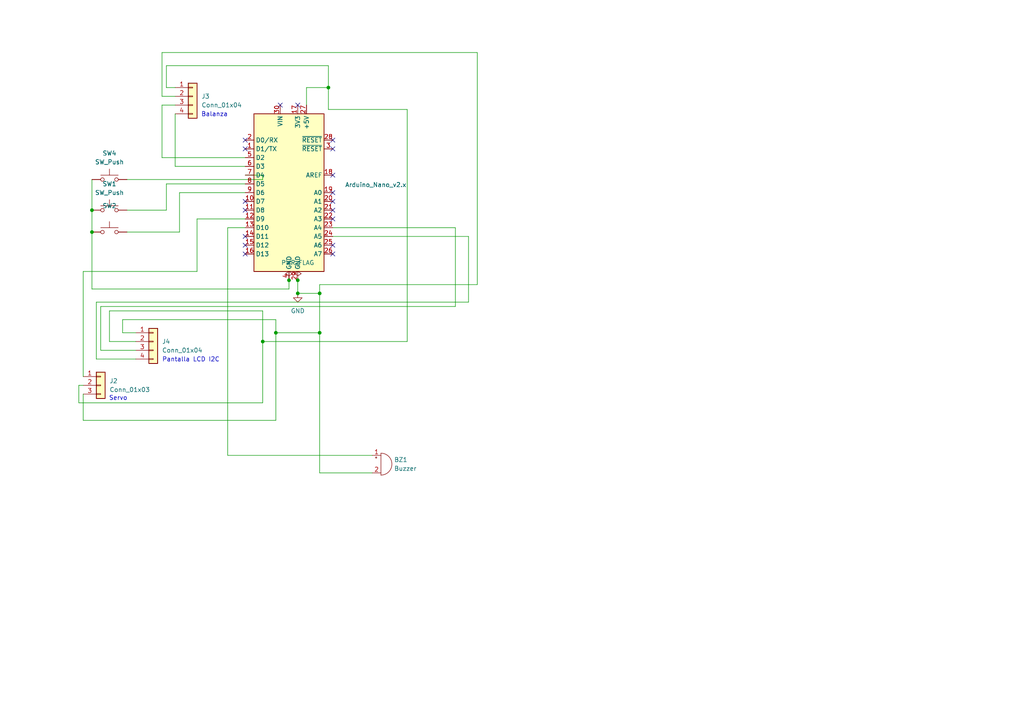
<source format=kicad_sch>
(kicad_sch
	(version 20250114)
	(generator "eeschema")
	(generator_version "9.0")
	(uuid "f0152531-f7e7-4546-b53c-521c75dd5ba5")
	(paper "A4")
	(lib_symbols
		(symbol "Connector_Generic:Conn_01x03"
			(pin_names
				(offset 1.016)
				(hide yes)
			)
			(exclude_from_sim no)
			(in_bom yes)
			(on_board yes)
			(property "Reference" "J"
				(at 0 5.08 0)
				(effects
					(font
						(size 1.27 1.27)
					)
				)
			)
			(property "Value" "Conn_01x03"
				(at 0 -5.08 0)
				(effects
					(font
						(size 1.27 1.27)
					)
				)
			)
			(property "Footprint" ""
				(at 0 0 0)
				(effects
					(font
						(size 1.27 1.27)
					)
					(hide yes)
				)
			)
			(property "Datasheet" "~"
				(at 0 0 0)
				(effects
					(font
						(size 1.27 1.27)
					)
					(hide yes)
				)
			)
			(property "Description" "Generic connector, single row, 01x03, script generated (kicad-library-utils/schlib/autogen/connector/)"
				(at 0 0 0)
				(effects
					(font
						(size 1.27 1.27)
					)
					(hide yes)
				)
			)
			(property "ki_keywords" "connector"
				(at 0 0 0)
				(effects
					(font
						(size 1.27 1.27)
					)
					(hide yes)
				)
			)
			(property "ki_fp_filters" "Connector*:*_1x??_*"
				(at 0 0 0)
				(effects
					(font
						(size 1.27 1.27)
					)
					(hide yes)
				)
			)
			(symbol "Conn_01x03_1_1"
				(rectangle
					(start -1.27 3.81)
					(end 1.27 -3.81)
					(stroke
						(width 0.254)
						(type default)
					)
					(fill
						(type background)
					)
				)
				(rectangle
					(start -1.27 2.667)
					(end 0 2.413)
					(stroke
						(width 0.1524)
						(type default)
					)
					(fill
						(type none)
					)
				)
				(rectangle
					(start -1.27 0.127)
					(end 0 -0.127)
					(stroke
						(width 0.1524)
						(type default)
					)
					(fill
						(type none)
					)
				)
				(rectangle
					(start -1.27 -2.413)
					(end 0 -2.667)
					(stroke
						(width 0.1524)
						(type default)
					)
					(fill
						(type none)
					)
				)
				(pin passive line
					(at -5.08 2.54 0)
					(length 3.81)
					(name "Pin_1"
						(effects
							(font
								(size 1.27 1.27)
							)
						)
					)
					(number "1"
						(effects
							(font
								(size 1.27 1.27)
							)
						)
					)
				)
				(pin passive line
					(at -5.08 0 0)
					(length 3.81)
					(name "Pin_2"
						(effects
							(font
								(size 1.27 1.27)
							)
						)
					)
					(number "2"
						(effects
							(font
								(size 1.27 1.27)
							)
						)
					)
				)
				(pin passive line
					(at -5.08 -2.54 0)
					(length 3.81)
					(name "Pin_3"
						(effects
							(font
								(size 1.27 1.27)
							)
						)
					)
					(number "3"
						(effects
							(font
								(size 1.27 1.27)
							)
						)
					)
				)
			)
			(embedded_fonts no)
		)
		(symbol "Connector_Generic:Conn_01x04"
			(pin_names
				(offset 1.016)
				(hide yes)
			)
			(exclude_from_sim no)
			(in_bom yes)
			(on_board yes)
			(property "Reference" "J"
				(at 0 5.08 0)
				(effects
					(font
						(size 1.27 1.27)
					)
				)
			)
			(property "Value" "Conn_01x04"
				(at 0 -7.62 0)
				(effects
					(font
						(size 1.27 1.27)
					)
				)
			)
			(property "Footprint" ""
				(at 0 0 0)
				(effects
					(font
						(size 1.27 1.27)
					)
					(hide yes)
				)
			)
			(property "Datasheet" "~"
				(at 0 0 0)
				(effects
					(font
						(size 1.27 1.27)
					)
					(hide yes)
				)
			)
			(property "Description" "Generic connector, single row, 01x04, script generated (kicad-library-utils/schlib/autogen/connector/)"
				(at 0 0 0)
				(effects
					(font
						(size 1.27 1.27)
					)
					(hide yes)
				)
			)
			(property "ki_keywords" "connector"
				(at 0 0 0)
				(effects
					(font
						(size 1.27 1.27)
					)
					(hide yes)
				)
			)
			(property "ki_fp_filters" "Connector*:*_1x??_*"
				(at 0 0 0)
				(effects
					(font
						(size 1.27 1.27)
					)
					(hide yes)
				)
			)
			(symbol "Conn_01x04_1_1"
				(rectangle
					(start -1.27 3.81)
					(end 1.27 -6.35)
					(stroke
						(width 0.254)
						(type default)
					)
					(fill
						(type background)
					)
				)
				(rectangle
					(start -1.27 2.667)
					(end 0 2.413)
					(stroke
						(width 0.1524)
						(type default)
					)
					(fill
						(type none)
					)
				)
				(rectangle
					(start -1.27 0.127)
					(end 0 -0.127)
					(stroke
						(width 0.1524)
						(type default)
					)
					(fill
						(type none)
					)
				)
				(rectangle
					(start -1.27 -2.413)
					(end 0 -2.667)
					(stroke
						(width 0.1524)
						(type default)
					)
					(fill
						(type none)
					)
				)
				(rectangle
					(start -1.27 -4.953)
					(end 0 -5.207)
					(stroke
						(width 0.1524)
						(type default)
					)
					(fill
						(type none)
					)
				)
				(pin passive line
					(at -5.08 2.54 0)
					(length 3.81)
					(name "Pin_1"
						(effects
							(font
								(size 1.27 1.27)
							)
						)
					)
					(number "1"
						(effects
							(font
								(size 1.27 1.27)
							)
						)
					)
				)
				(pin passive line
					(at -5.08 0 0)
					(length 3.81)
					(name "Pin_2"
						(effects
							(font
								(size 1.27 1.27)
							)
						)
					)
					(number "2"
						(effects
							(font
								(size 1.27 1.27)
							)
						)
					)
				)
				(pin passive line
					(at -5.08 -2.54 0)
					(length 3.81)
					(name "Pin_3"
						(effects
							(font
								(size 1.27 1.27)
							)
						)
					)
					(number "3"
						(effects
							(font
								(size 1.27 1.27)
							)
						)
					)
				)
				(pin passive line
					(at -5.08 -5.08 0)
					(length 3.81)
					(name "Pin_4"
						(effects
							(font
								(size 1.27 1.27)
							)
						)
					)
					(number "4"
						(effects
							(font
								(size 1.27 1.27)
							)
						)
					)
				)
			)
			(embedded_fonts no)
		)
		(symbol "Device:Buzzer"
			(pin_names
				(offset 0.0254)
				(hide yes)
			)
			(exclude_from_sim no)
			(in_bom yes)
			(on_board yes)
			(property "Reference" "BZ"
				(at 3.81 1.27 0)
				(effects
					(font
						(size 1.27 1.27)
					)
					(justify left)
				)
			)
			(property "Value" "Buzzer"
				(at 3.81 -1.27 0)
				(effects
					(font
						(size 1.27 1.27)
					)
					(justify left)
				)
			)
			(property "Footprint" ""
				(at -0.635 2.54 90)
				(effects
					(font
						(size 1.27 1.27)
					)
					(hide yes)
				)
			)
			(property "Datasheet" "~"
				(at -0.635 2.54 90)
				(effects
					(font
						(size 1.27 1.27)
					)
					(hide yes)
				)
			)
			(property "Description" "Buzzer, polarized"
				(at 0 0 0)
				(effects
					(font
						(size 1.27 1.27)
					)
					(hide yes)
				)
			)
			(property "ki_keywords" "quartz resonator ceramic"
				(at 0 0 0)
				(effects
					(font
						(size 1.27 1.27)
					)
					(hide yes)
				)
			)
			(property "ki_fp_filters" "*Buzzer*"
				(at 0 0 0)
				(effects
					(font
						(size 1.27 1.27)
					)
					(hide yes)
				)
			)
			(symbol "Buzzer_0_1"
				(polyline
					(pts
						(xy -1.651 1.905) (xy -1.143 1.905)
					)
					(stroke
						(width 0)
						(type default)
					)
					(fill
						(type none)
					)
				)
				(polyline
					(pts
						(xy -1.397 2.159) (xy -1.397 1.651)
					)
					(stroke
						(width 0)
						(type default)
					)
					(fill
						(type none)
					)
				)
				(arc
					(start 0 3.175)
					(mid 3.1612 0)
					(end 0 -3.175)
					(stroke
						(width 0)
						(type default)
					)
					(fill
						(type none)
					)
				)
				(polyline
					(pts
						(xy 0 3.175) (xy 0 -3.175)
					)
					(stroke
						(width 0)
						(type default)
					)
					(fill
						(type none)
					)
				)
			)
			(symbol "Buzzer_1_1"
				(pin passive line
					(at -2.54 2.54 0)
					(length 2.54)
					(name "+"
						(effects
							(font
								(size 1.27 1.27)
							)
						)
					)
					(number "1"
						(effects
							(font
								(size 1.27 1.27)
							)
						)
					)
				)
				(pin passive line
					(at -2.54 -2.54 0)
					(length 2.54)
					(name "-"
						(effects
							(font
								(size 1.27 1.27)
							)
						)
					)
					(number "2"
						(effects
							(font
								(size 1.27 1.27)
							)
						)
					)
				)
			)
			(embedded_fonts no)
		)
		(symbol "MCU_Module:Arduino_Nano_v2.x"
			(exclude_from_sim no)
			(in_bom yes)
			(on_board yes)
			(property "Reference" "A"
				(at -10.16 23.495 0)
				(effects
					(font
						(size 1.27 1.27)
					)
					(justify left bottom)
				)
			)
			(property "Value" "Arduino_Nano_v2.x"
				(at 5.08 -24.13 0)
				(effects
					(font
						(size 1.27 1.27)
					)
					(justify left top)
				)
			)
			(property "Footprint" "Module:Arduino_Nano"
				(at 0 0 0)
				(effects
					(font
						(size 1.27 1.27)
						(italic yes)
					)
					(hide yes)
				)
			)
			(property "Datasheet" "https://www.arduino.cc/en/uploads/Main/ArduinoNanoManual23.pdf"
				(at 0 0 0)
				(effects
					(font
						(size 1.27 1.27)
					)
					(hide yes)
				)
			)
			(property "Description" "Arduino Nano v2.x"
				(at 0 0 0)
				(effects
					(font
						(size 1.27 1.27)
					)
					(hide yes)
				)
			)
			(property "ki_keywords" "Arduino nano microcontroller module USB"
				(at 0 0 0)
				(effects
					(font
						(size 1.27 1.27)
					)
					(hide yes)
				)
			)
			(property "ki_fp_filters" "Arduino*Nano*"
				(at 0 0 0)
				(effects
					(font
						(size 1.27 1.27)
					)
					(hide yes)
				)
			)
			(symbol "Arduino_Nano_v2.x_0_1"
				(rectangle
					(start -10.16 22.86)
					(end 10.16 -22.86)
					(stroke
						(width 0.254)
						(type default)
					)
					(fill
						(type background)
					)
				)
			)
			(symbol "Arduino_Nano_v2.x_1_1"
				(pin bidirectional line
					(at -12.7 15.24 0)
					(length 2.54)
					(name "D0/RX"
						(effects
							(font
								(size 1.27 1.27)
							)
						)
					)
					(number "2"
						(effects
							(font
								(size 1.27 1.27)
							)
						)
					)
				)
				(pin bidirectional line
					(at -12.7 12.7 0)
					(length 2.54)
					(name "D1/TX"
						(effects
							(font
								(size 1.27 1.27)
							)
						)
					)
					(number "1"
						(effects
							(font
								(size 1.27 1.27)
							)
						)
					)
				)
				(pin bidirectional line
					(at -12.7 10.16 0)
					(length 2.54)
					(name "D2"
						(effects
							(font
								(size 1.27 1.27)
							)
						)
					)
					(number "5"
						(effects
							(font
								(size 1.27 1.27)
							)
						)
					)
				)
				(pin bidirectional line
					(at -12.7 7.62 0)
					(length 2.54)
					(name "D3"
						(effects
							(font
								(size 1.27 1.27)
							)
						)
					)
					(number "6"
						(effects
							(font
								(size 1.27 1.27)
							)
						)
					)
				)
				(pin bidirectional line
					(at -12.7 5.08 0)
					(length 2.54)
					(name "D4"
						(effects
							(font
								(size 1.27 1.27)
							)
						)
					)
					(number "7"
						(effects
							(font
								(size 1.27 1.27)
							)
						)
					)
				)
				(pin bidirectional line
					(at -12.7 2.54 0)
					(length 2.54)
					(name "D5"
						(effects
							(font
								(size 1.27 1.27)
							)
						)
					)
					(number "8"
						(effects
							(font
								(size 1.27 1.27)
							)
						)
					)
				)
				(pin bidirectional line
					(at -12.7 0 0)
					(length 2.54)
					(name "D6"
						(effects
							(font
								(size 1.27 1.27)
							)
						)
					)
					(number "9"
						(effects
							(font
								(size 1.27 1.27)
							)
						)
					)
				)
				(pin bidirectional line
					(at -12.7 -2.54 0)
					(length 2.54)
					(name "D7"
						(effects
							(font
								(size 1.27 1.27)
							)
						)
					)
					(number "10"
						(effects
							(font
								(size 1.27 1.27)
							)
						)
					)
				)
				(pin bidirectional line
					(at -12.7 -5.08 0)
					(length 2.54)
					(name "D8"
						(effects
							(font
								(size 1.27 1.27)
							)
						)
					)
					(number "11"
						(effects
							(font
								(size 1.27 1.27)
							)
						)
					)
				)
				(pin bidirectional line
					(at -12.7 -7.62 0)
					(length 2.54)
					(name "D9"
						(effects
							(font
								(size 1.27 1.27)
							)
						)
					)
					(number "12"
						(effects
							(font
								(size 1.27 1.27)
							)
						)
					)
				)
				(pin bidirectional line
					(at -12.7 -10.16 0)
					(length 2.54)
					(name "D10"
						(effects
							(font
								(size 1.27 1.27)
							)
						)
					)
					(number "13"
						(effects
							(font
								(size 1.27 1.27)
							)
						)
					)
				)
				(pin bidirectional line
					(at -12.7 -12.7 0)
					(length 2.54)
					(name "D11"
						(effects
							(font
								(size 1.27 1.27)
							)
						)
					)
					(number "14"
						(effects
							(font
								(size 1.27 1.27)
							)
						)
					)
				)
				(pin bidirectional line
					(at -12.7 -15.24 0)
					(length 2.54)
					(name "D12"
						(effects
							(font
								(size 1.27 1.27)
							)
						)
					)
					(number "15"
						(effects
							(font
								(size 1.27 1.27)
							)
						)
					)
				)
				(pin bidirectional line
					(at -12.7 -17.78 0)
					(length 2.54)
					(name "D13"
						(effects
							(font
								(size 1.27 1.27)
							)
						)
					)
					(number "16"
						(effects
							(font
								(size 1.27 1.27)
							)
						)
					)
				)
				(pin power_in line
					(at -2.54 25.4 270)
					(length 2.54)
					(name "VIN"
						(effects
							(font
								(size 1.27 1.27)
							)
						)
					)
					(number "30"
						(effects
							(font
								(size 1.27 1.27)
							)
						)
					)
				)
				(pin power_in line
					(at 0 -25.4 90)
					(length 2.54)
					(name "GND"
						(effects
							(font
								(size 1.27 1.27)
							)
						)
					)
					(number "4"
						(effects
							(font
								(size 1.27 1.27)
							)
						)
					)
				)
				(pin power_out line
					(at 2.54 25.4 270)
					(length 2.54)
					(name "3V3"
						(effects
							(font
								(size 1.27 1.27)
							)
						)
					)
					(number "17"
						(effects
							(font
								(size 1.27 1.27)
							)
						)
					)
				)
				(pin power_in line
					(at 2.54 -25.4 90)
					(length 2.54)
					(name "GND"
						(effects
							(font
								(size 1.27 1.27)
							)
						)
					)
					(number "29"
						(effects
							(font
								(size 1.27 1.27)
							)
						)
					)
				)
				(pin power_out line
					(at 5.08 25.4 270)
					(length 2.54)
					(name "+5V"
						(effects
							(font
								(size 1.27 1.27)
							)
						)
					)
					(number "27"
						(effects
							(font
								(size 1.27 1.27)
							)
						)
					)
				)
				(pin input line
					(at 12.7 15.24 180)
					(length 2.54)
					(name "~{RESET}"
						(effects
							(font
								(size 1.27 1.27)
							)
						)
					)
					(number "28"
						(effects
							(font
								(size 1.27 1.27)
							)
						)
					)
				)
				(pin input line
					(at 12.7 12.7 180)
					(length 2.54)
					(name "~{RESET}"
						(effects
							(font
								(size 1.27 1.27)
							)
						)
					)
					(number "3"
						(effects
							(font
								(size 1.27 1.27)
							)
						)
					)
				)
				(pin input line
					(at 12.7 5.08 180)
					(length 2.54)
					(name "AREF"
						(effects
							(font
								(size 1.27 1.27)
							)
						)
					)
					(number "18"
						(effects
							(font
								(size 1.27 1.27)
							)
						)
					)
				)
				(pin bidirectional line
					(at 12.7 0 180)
					(length 2.54)
					(name "A0"
						(effects
							(font
								(size 1.27 1.27)
							)
						)
					)
					(number "19"
						(effects
							(font
								(size 1.27 1.27)
							)
						)
					)
				)
				(pin bidirectional line
					(at 12.7 -2.54 180)
					(length 2.54)
					(name "A1"
						(effects
							(font
								(size 1.27 1.27)
							)
						)
					)
					(number "20"
						(effects
							(font
								(size 1.27 1.27)
							)
						)
					)
				)
				(pin bidirectional line
					(at 12.7 -5.08 180)
					(length 2.54)
					(name "A2"
						(effects
							(font
								(size 1.27 1.27)
							)
						)
					)
					(number "21"
						(effects
							(font
								(size 1.27 1.27)
							)
						)
					)
				)
				(pin bidirectional line
					(at 12.7 -7.62 180)
					(length 2.54)
					(name "A3"
						(effects
							(font
								(size 1.27 1.27)
							)
						)
					)
					(number "22"
						(effects
							(font
								(size 1.27 1.27)
							)
						)
					)
				)
				(pin bidirectional line
					(at 12.7 -10.16 180)
					(length 2.54)
					(name "A4"
						(effects
							(font
								(size 1.27 1.27)
							)
						)
					)
					(number "23"
						(effects
							(font
								(size 1.27 1.27)
							)
						)
					)
				)
				(pin bidirectional line
					(at 12.7 -12.7 180)
					(length 2.54)
					(name "A5"
						(effects
							(font
								(size 1.27 1.27)
							)
						)
					)
					(number "24"
						(effects
							(font
								(size 1.27 1.27)
							)
						)
					)
				)
				(pin bidirectional line
					(at 12.7 -15.24 180)
					(length 2.54)
					(name "A6"
						(effects
							(font
								(size 1.27 1.27)
							)
						)
					)
					(number "25"
						(effects
							(font
								(size 1.27 1.27)
							)
						)
					)
				)
				(pin bidirectional line
					(at 12.7 -17.78 180)
					(length 2.54)
					(name "A7"
						(effects
							(font
								(size 1.27 1.27)
							)
						)
					)
					(number "26"
						(effects
							(font
								(size 1.27 1.27)
							)
						)
					)
				)
			)
			(embedded_fonts no)
		)
		(symbol "Switch:SW_Push"
			(pin_numbers
				(hide yes)
			)
			(pin_names
				(offset 1.016)
				(hide yes)
			)
			(exclude_from_sim no)
			(in_bom yes)
			(on_board yes)
			(property "Reference" "SW"
				(at 1.27 2.54 0)
				(effects
					(font
						(size 1.27 1.27)
					)
					(justify left)
				)
			)
			(property "Value" "SW_Push"
				(at 0 -1.524 0)
				(effects
					(font
						(size 1.27 1.27)
					)
				)
			)
			(property "Footprint" ""
				(at 0 5.08 0)
				(effects
					(font
						(size 1.27 1.27)
					)
					(hide yes)
				)
			)
			(property "Datasheet" "~"
				(at 0 5.08 0)
				(effects
					(font
						(size 1.27 1.27)
					)
					(hide yes)
				)
			)
			(property "Description" "Push button switch, generic, two pins"
				(at 0 0 0)
				(effects
					(font
						(size 1.27 1.27)
					)
					(hide yes)
				)
			)
			(property "ki_keywords" "switch normally-open pushbutton push-button"
				(at 0 0 0)
				(effects
					(font
						(size 1.27 1.27)
					)
					(hide yes)
				)
			)
			(symbol "SW_Push_0_1"
				(circle
					(center -2.032 0)
					(radius 0.508)
					(stroke
						(width 0)
						(type default)
					)
					(fill
						(type none)
					)
				)
				(polyline
					(pts
						(xy 0 1.27) (xy 0 3.048)
					)
					(stroke
						(width 0)
						(type default)
					)
					(fill
						(type none)
					)
				)
				(circle
					(center 2.032 0)
					(radius 0.508)
					(stroke
						(width 0)
						(type default)
					)
					(fill
						(type none)
					)
				)
				(polyline
					(pts
						(xy 2.54 1.27) (xy -2.54 1.27)
					)
					(stroke
						(width 0)
						(type default)
					)
					(fill
						(type none)
					)
				)
				(pin passive line
					(at -5.08 0 0)
					(length 2.54)
					(name "1"
						(effects
							(font
								(size 1.27 1.27)
							)
						)
					)
					(number "1"
						(effects
							(font
								(size 1.27 1.27)
							)
						)
					)
				)
				(pin passive line
					(at 5.08 0 180)
					(length 2.54)
					(name "2"
						(effects
							(font
								(size 1.27 1.27)
							)
						)
					)
					(number "2"
						(effects
							(font
								(size 1.27 1.27)
							)
						)
					)
				)
			)
			(embedded_fonts no)
		)
		(symbol "power:GND"
			(power)
			(pin_numbers
				(hide yes)
			)
			(pin_names
				(offset 0)
				(hide yes)
			)
			(exclude_from_sim no)
			(in_bom yes)
			(on_board yes)
			(property "Reference" "#PWR"
				(at 0 -6.35 0)
				(effects
					(font
						(size 1.27 1.27)
					)
					(hide yes)
				)
			)
			(property "Value" "GND"
				(at 0 -3.81 0)
				(effects
					(font
						(size 1.27 1.27)
					)
				)
			)
			(property "Footprint" ""
				(at 0 0 0)
				(effects
					(font
						(size 1.27 1.27)
					)
					(hide yes)
				)
			)
			(property "Datasheet" ""
				(at 0 0 0)
				(effects
					(font
						(size 1.27 1.27)
					)
					(hide yes)
				)
			)
			(property "Description" "Power symbol creates a global label with name \"GND\" , ground"
				(at 0 0 0)
				(effects
					(font
						(size 1.27 1.27)
					)
					(hide yes)
				)
			)
			(property "ki_keywords" "global power"
				(at 0 0 0)
				(effects
					(font
						(size 1.27 1.27)
					)
					(hide yes)
				)
			)
			(symbol "GND_0_1"
				(polyline
					(pts
						(xy 0 0) (xy 0 -1.27) (xy 1.27 -1.27) (xy 0 -2.54) (xy -1.27 -1.27) (xy 0 -1.27)
					)
					(stroke
						(width 0)
						(type default)
					)
					(fill
						(type none)
					)
				)
			)
			(symbol "GND_1_1"
				(pin power_in line
					(at 0 0 270)
					(length 0)
					(name "~"
						(effects
							(font
								(size 1.27 1.27)
							)
						)
					)
					(number "1"
						(effects
							(font
								(size 1.27 1.27)
							)
						)
					)
				)
			)
			(embedded_fonts no)
		)
		(symbol "power:PWR_FLAG"
			(power)
			(pin_numbers
				(hide yes)
			)
			(pin_names
				(offset 0)
				(hide yes)
			)
			(exclude_from_sim no)
			(in_bom yes)
			(on_board yes)
			(property "Reference" "#FLG"
				(at 0 1.905 0)
				(effects
					(font
						(size 1.27 1.27)
					)
					(hide yes)
				)
			)
			(property "Value" "PWR_FLAG"
				(at 0 3.81 0)
				(effects
					(font
						(size 1.27 1.27)
					)
				)
			)
			(property "Footprint" ""
				(at 0 0 0)
				(effects
					(font
						(size 1.27 1.27)
					)
					(hide yes)
				)
			)
			(property "Datasheet" "~"
				(at 0 0 0)
				(effects
					(font
						(size 1.27 1.27)
					)
					(hide yes)
				)
			)
			(property "Description" "Special symbol for telling ERC where power comes from"
				(at 0 0 0)
				(effects
					(font
						(size 1.27 1.27)
					)
					(hide yes)
				)
			)
			(property "ki_keywords" "flag power"
				(at 0 0 0)
				(effects
					(font
						(size 1.27 1.27)
					)
					(hide yes)
				)
			)
			(symbol "PWR_FLAG_0_0"
				(pin power_out line
					(at 0 0 90)
					(length 0)
					(name "~"
						(effects
							(font
								(size 1.27 1.27)
							)
						)
					)
					(number "1"
						(effects
							(font
								(size 1.27 1.27)
							)
						)
					)
				)
			)
			(symbol "PWR_FLAG_0_1"
				(polyline
					(pts
						(xy 0 0) (xy 0 1.27) (xy -1.016 1.905) (xy 0 2.54) (xy 1.016 1.905) (xy 0 1.27)
					)
					(stroke
						(width 0)
						(type default)
					)
					(fill
						(type none)
					)
				)
			)
			(embedded_fonts no)
		)
	)
	(text "Pantalla LCD I2C"
		(exclude_from_sim no)
		(at 55.372 104.394 0)
		(effects
			(font
				(size 1.27 1.27)
			)
		)
		(uuid "2454e362-d0e2-4b56-a61d-4daf31770007")
	)
	(text "Balanza"
		(exclude_from_sim no)
		(at 62.23 33.274 0)
		(effects
			(font
				(size 1.27 1.27)
			)
		)
		(uuid "967313ab-2081-4a64-b223-d387e927e405")
	)
	(text "Servo\n"
		(exclude_from_sim no)
		(at 34.29 115.57 0)
		(effects
			(font
				(size 1.27 1.27)
			)
		)
		(uuid "fd434a37-11ef-4b9e-a915-037c29f10ae5")
	)
	(junction
		(at 26.67 67.31)
		(diameter 0)
		(color 0 0 0 0)
		(uuid "077c1b03-6d69-4c49-afbc-eb24e99f7d16")
	)
	(junction
		(at 83.82 81.28)
		(diameter 0)
		(color 0 0 0 0)
		(uuid "2da51c94-b1ea-4387-8272-a821be04608c")
	)
	(junction
		(at 92.71 96.52)
		(diameter 0)
		(color 0 0 0 0)
		(uuid "38c0a8f1-3420-47a9-bc17-e7c25c9160e4")
	)
	(junction
		(at 26.67 60.96)
		(diameter 0)
		(color 0 0 0 0)
		(uuid "56d1f2a1-023c-41b5-b4e4-db8d5cb5e0e0")
	)
	(junction
		(at 86.36 81.28)
		(diameter 0)
		(color 0 0 0 0)
		(uuid "7f3b3b7d-42d8-470e-bc8e-78681631a7e2")
	)
	(junction
		(at 95.25 25.4)
		(diameter 0)
		(color 0 0 0 0)
		(uuid "8b38b4a1-5bff-4ded-abca-ccad89c6fd01")
	)
	(junction
		(at 80.01 96.52)
		(diameter 0)
		(color 0 0 0 0)
		(uuid "cd2885f8-7f18-4ccf-b21d-47b906d6bd33")
	)
	(junction
		(at 86.36 85.09)
		(diameter 0)
		(color 0 0 0 0)
		(uuid "e7ba4855-37f2-475c-b0a3-9ec5d7037ae0")
	)
	(junction
		(at 92.71 85.09)
		(diameter 0)
		(color 0 0 0 0)
		(uuid "eff431e9-a612-4c72-bc8e-da729a6e3b58")
	)
	(junction
		(at 76.2 99.06)
		(diameter 0)
		(color 0 0 0 0)
		(uuid "fc289d63-acea-4f45-84c7-730e7d6b12a4")
	)
	(no_connect
		(at 71.12 40.64)
		(uuid "095ce014-64d5-46cd-8f88-95cf36356c92")
	)
	(no_connect
		(at 71.12 68.58)
		(uuid "11b2d732-ad9f-4464-bf35-e514c5c5bc21")
	)
	(no_connect
		(at 96.52 50.8)
		(uuid "2673e599-3c8a-466e-bd80-f9654937a2db")
	)
	(no_connect
		(at 71.12 43.18)
		(uuid "32e50ede-310b-4298-8aa3-9215e4f16fcd")
	)
	(no_connect
		(at 96.52 40.64)
		(uuid "455ea8ec-8b41-4c55-86f5-42ec35413b48")
	)
	(no_connect
		(at 81.28 30.48)
		(uuid "476f9500-5113-490d-bca2-c9b4cc0ffecf")
	)
	(no_connect
		(at 96.52 73.66)
		(uuid "6e01ab24-12c8-4c08-bdaa-b7d988dcc617")
	)
	(no_connect
		(at 96.52 71.12)
		(uuid "75f58542-2783-4754-9dbb-7b4788bbb9fa")
	)
	(no_connect
		(at 86.36 30.48)
		(uuid "77ab85ea-a8d4-4387-8ae2-2b8fb6a1e2fe")
	)
	(no_connect
		(at 96.52 58.42)
		(uuid "7ad8e39e-087a-4256-9175-fbc1ebffbb27")
	)
	(no_connect
		(at 96.52 60.96)
		(uuid "80342f80-036b-44ef-863e-37e0f54aaec8")
	)
	(no_connect
		(at 71.12 58.42)
		(uuid "8565f836-0415-42cb-aa79-a814fa95e941")
	)
	(no_connect
		(at 96.52 43.18)
		(uuid "8fb4d0bb-0302-4ad1-89a5-ecba0f7a8d30")
	)
	(no_connect
		(at 96.52 55.88)
		(uuid "99656870-fa7e-4fc4-8008-0fb49530c487")
	)
	(no_connect
		(at 71.12 60.96)
		(uuid "a39cc427-e45a-417b-8f3e-ba9f98590e53")
	)
	(no_connect
		(at 71.12 71.12)
		(uuid "df212efc-0118-4f76-8881-a7ed048a8c6f")
	)
	(no_connect
		(at 96.52 63.5)
		(uuid "e33e7eba-bfc9-4785-915a-97beb63319f9")
	)
	(no_connect
		(at 71.12 73.66)
		(uuid "f30b9b66-1966-4e80-a016-6ad44bee0c56")
	)
	(wire
		(pts
			(xy 86.36 85.09) (xy 86.36 81.28)
		)
		(stroke
			(width 0)
			(type default)
		)
		(uuid "00a3b3db-fadc-40a3-8f97-66cc951ef577")
	)
	(wire
		(pts
			(xy 27.94 104.14) (xy 39.37 104.14)
		)
		(stroke
			(width 0)
			(type default)
		)
		(uuid "015ca5ef-0092-446f-89c9-018799b2cdb8")
	)
	(wire
		(pts
			(xy 88.9 30.48) (xy 88.9 25.4)
		)
		(stroke
			(width 0)
			(type default)
		)
		(uuid "025db252-d55a-4739-9f75-58496c2edc32")
	)
	(wire
		(pts
			(xy 88.9 25.4) (xy 95.25 25.4)
		)
		(stroke
			(width 0)
			(type default)
		)
		(uuid "032332c5-2c29-4e40-85fa-b636e5d0d067")
	)
	(wire
		(pts
			(xy 76.2 116.84) (xy 22.86 116.84)
		)
		(stroke
			(width 0)
			(type default)
		)
		(uuid "06a8d6e0-9564-4d71-80fb-8e16c7af3629")
	)
	(wire
		(pts
			(xy 66.04 66.04) (xy 66.04 132.08)
		)
		(stroke
			(width 0)
			(type default)
		)
		(uuid "0742458c-dff2-42d0-968d-2889074d2f87")
	)
	(wire
		(pts
			(xy 31.75 90.17) (xy 76.2 90.17)
		)
		(stroke
			(width 0)
			(type default)
		)
		(uuid "0838d7df-e570-4d57-81a2-3f6701c28a4e")
	)
	(wire
		(pts
			(xy 86.36 85.09) (xy 92.71 85.09)
		)
		(stroke
			(width 0)
			(type default)
		)
		(uuid "0dc9c7a5-34b8-4189-be71-38bd4d0a5748")
	)
	(wire
		(pts
			(xy 46.99 30.48) (xy 46.99 45.72)
		)
		(stroke
			(width 0)
			(type default)
		)
		(uuid "0ffa8383-14b2-410e-acb2-b402c6ee7eb5")
	)
	(wire
		(pts
			(xy 135.89 68.58) (xy 96.52 68.58)
		)
		(stroke
			(width 0)
			(type default)
		)
		(uuid "130f8031-52a2-4c15-9b39-162eb0ca940f")
	)
	(wire
		(pts
			(xy 35.56 96.52) (xy 39.37 96.52)
		)
		(stroke
			(width 0)
			(type default)
		)
		(uuid "1406ebfa-2678-4709-b408-368d8257ac61")
	)
	(wire
		(pts
			(xy 57.15 63.5) (xy 57.15 78.74)
		)
		(stroke
			(width 0)
			(type default)
		)
		(uuid "1951dbcb-72a7-41fa-bbf2-f72967bfabb8")
	)
	(wire
		(pts
			(xy 50.8 48.26) (xy 71.12 48.26)
		)
		(stroke
			(width 0)
			(type default)
		)
		(uuid "1cacbcaf-4287-412d-8f84-62c1345c40a2")
	)
	(wire
		(pts
			(xy 76.2 90.17) (xy 76.2 99.06)
		)
		(stroke
			(width 0)
			(type default)
		)
		(uuid "1d226b9b-94d9-418e-8729-64ba8c31347b")
	)
	(wire
		(pts
			(xy 80.01 92.71) (xy 80.01 96.52)
		)
		(stroke
			(width 0)
			(type default)
		)
		(uuid "1fde66e6-3a36-4b16-bfc4-2f460608f439")
	)
	(wire
		(pts
			(xy 46.99 15.24) (xy 138.43 15.24)
		)
		(stroke
			(width 0)
			(type default)
		)
		(uuid "2352c5a9-236e-449e-aadb-ef2a7b11499c")
	)
	(wire
		(pts
			(xy 29.21 101.6) (xy 39.37 101.6)
		)
		(stroke
			(width 0)
			(type default)
		)
		(uuid "246a7dfd-d531-4102-b997-b9ba53b196e1")
	)
	(wire
		(pts
			(xy 31.75 99.06) (xy 39.37 99.06)
		)
		(stroke
			(width 0)
			(type default)
		)
		(uuid "2a5edbb6-f72a-4aaa-8e71-4c37a452fd19")
	)
	(wire
		(pts
			(xy 50.8 33.02) (xy 50.8 48.26)
		)
		(stroke
			(width 0)
			(type default)
		)
		(uuid "2d6ad543-115a-4e12-abac-071b42ee9bf9")
	)
	(wire
		(pts
			(xy 135.89 87.63) (xy 135.89 68.58)
		)
		(stroke
			(width 0)
			(type default)
		)
		(uuid "3215d9ac-ed15-4488-988c-a22df97ed5c0")
	)
	(wire
		(pts
			(xy 76.2 52.07) (xy 36.83 52.07)
		)
		(stroke
			(width 0)
			(type default)
		)
		(uuid "32b3a0a7-4cbc-4eab-9756-e5c16e95fdfe")
	)
	(wire
		(pts
			(xy 29.21 88.9) (xy 29.21 101.6)
		)
		(stroke
			(width 0)
			(type default)
		)
		(uuid "3325ea6c-9e4c-4b53-a06c-f3fdf5faf2e3")
	)
	(wire
		(pts
			(xy 138.43 82.55) (xy 92.71 82.55)
		)
		(stroke
			(width 0)
			(type default)
		)
		(uuid "33987c7e-8f20-4cc1-93af-fb8e47628f61")
	)
	(wire
		(pts
			(xy 24.13 78.74) (xy 24.13 109.22)
		)
		(stroke
			(width 0)
			(type default)
		)
		(uuid "33e00780-531d-42d4-b516-a2e5d7ab92be")
	)
	(wire
		(pts
			(xy 52.07 55.88) (xy 52.07 67.31)
		)
		(stroke
			(width 0)
			(type default)
		)
		(uuid "354a5457-0b44-45bd-ade8-42103491ddda")
	)
	(wire
		(pts
			(xy 132.08 88.9) (xy 132.08 66.04)
		)
		(stroke
			(width 0)
			(type default)
		)
		(uuid "39bf7e51-2de8-4a4e-98cf-e8051aa86f4c")
	)
	(wire
		(pts
			(xy 48.26 25.4) (xy 50.8 25.4)
		)
		(stroke
			(width 0)
			(type default)
		)
		(uuid "4bafda94-9fd7-421d-9a5e-51df6876e73f")
	)
	(wire
		(pts
			(xy 71.12 63.5) (xy 57.15 63.5)
		)
		(stroke
			(width 0)
			(type default)
		)
		(uuid "50930168-3806-4603-aca0-f130a70aed75")
	)
	(wire
		(pts
			(xy 80.01 96.52) (xy 80.01 121.92)
		)
		(stroke
			(width 0)
			(type default)
		)
		(uuid "524da897-8596-451e-b860-7b74cb3421be")
	)
	(wire
		(pts
			(xy 66.04 132.08) (xy 107.95 132.08)
		)
		(stroke
			(width 0)
			(type default)
		)
		(uuid "58952a45-93d0-4df5-adf1-8c1227321606")
	)
	(wire
		(pts
			(xy 76.2 50.8) (xy 71.12 50.8)
		)
		(stroke
			(width 0)
			(type default)
		)
		(uuid "63c7fdd7-d80d-4054-87aa-3eabc7f30c0b")
	)
	(wire
		(pts
			(xy 92.71 82.55) (xy 92.71 85.09)
		)
		(stroke
			(width 0)
			(type default)
		)
		(uuid "67782942-2671-4cc7-8d71-bf0ea7e891cc")
	)
	(wire
		(pts
			(xy 26.67 83.82) (xy 83.82 83.82)
		)
		(stroke
			(width 0)
			(type default)
		)
		(uuid "6f267ce5-d6a9-4707-9d9f-b5a76c4e68f5")
	)
	(wire
		(pts
			(xy 76.2 50.8) (xy 76.2 52.07)
		)
		(stroke
			(width 0)
			(type default)
		)
		(uuid "72dc89eb-a506-453b-a72f-bfa66dba3516")
	)
	(wire
		(pts
			(xy 92.71 85.09) (xy 92.71 96.52)
		)
		(stroke
			(width 0)
			(type default)
		)
		(uuid "739ec80c-d3d9-415c-8f4f-1eec57540725")
	)
	(wire
		(pts
			(xy 132.08 66.04) (xy 96.52 66.04)
		)
		(stroke
			(width 0)
			(type default)
		)
		(uuid "79d0ac49-6f06-4cca-8ae3-48df0e546f3d")
	)
	(wire
		(pts
			(xy 48.26 19.05) (xy 48.26 25.4)
		)
		(stroke
			(width 0)
			(type default)
		)
		(uuid "7ba6a2dd-04d2-42bf-b7aa-2f6a18cd1813")
	)
	(wire
		(pts
			(xy 48.26 53.34) (xy 71.12 53.34)
		)
		(stroke
			(width 0)
			(type default)
		)
		(uuid "7e2f46be-4e5f-4d78-aa66-adb58d221753")
	)
	(wire
		(pts
			(xy 35.56 92.71) (xy 80.01 92.71)
		)
		(stroke
			(width 0)
			(type default)
		)
		(uuid "7eb5d2bd-085e-44a9-b2d1-bd0aa907ccbf")
	)
	(wire
		(pts
			(xy 57.15 78.74) (xy 24.13 78.74)
		)
		(stroke
			(width 0)
			(type default)
		)
		(uuid "835f5968-4181-49b0-b3d3-2427249fba3b")
	)
	(wire
		(pts
			(xy 80.01 121.92) (xy 24.13 121.92)
		)
		(stroke
			(width 0)
			(type default)
		)
		(uuid "83bb6d02-bff4-42a0-96ec-0e834b65b271")
	)
	(wire
		(pts
			(xy 95.25 25.4) (xy 95.25 31.75)
		)
		(stroke
			(width 0)
			(type default)
		)
		(uuid "8d23525b-dd6a-416e-a9df-549f48aca6ea")
	)
	(wire
		(pts
			(xy 50.8 27.94) (xy 46.99 27.94)
		)
		(stroke
			(width 0)
			(type default)
		)
		(uuid "8ec63083-3992-4a75-a105-0f8c3ad545d5")
	)
	(wire
		(pts
			(xy 46.99 27.94) (xy 46.99 15.24)
		)
		(stroke
			(width 0)
			(type default)
		)
		(uuid "901ae63a-5c9a-4c73-b923-e18df2ff79de")
	)
	(wire
		(pts
			(xy 71.12 66.04) (xy 66.04 66.04)
		)
		(stroke
			(width 0)
			(type default)
		)
		(uuid "923917a7-04d6-4347-983d-4ef8738cf501")
	)
	(wire
		(pts
			(xy 26.67 60.96) (xy 26.67 67.31)
		)
		(stroke
			(width 0)
			(type default)
		)
		(uuid "938abac3-daea-4242-bda2-b30e872eb57f")
	)
	(wire
		(pts
			(xy 107.95 137.16) (xy 92.71 137.16)
		)
		(stroke
			(width 0)
			(type default)
		)
		(uuid "9652f60c-cbd3-471e-882c-ccbba254a382")
	)
	(wire
		(pts
			(xy 71.12 55.88) (xy 52.07 55.88)
		)
		(stroke
			(width 0)
			(type default)
		)
		(uuid "97e6691a-f8b4-4757-ba7f-e677ad03fa4c")
	)
	(wire
		(pts
			(xy 80.01 96.52) (xy 92.71 96.52)
		)
		(stroke
			(width 0)
			(type default)
		)
		(uuid "988c4753-dee8-49d3-9293-145495f656c8")
	)
	(wire
		(pts
			(xy 46.99 45.72) (xy 71.12 45.72)
		)
		(stroke
			(width 0)
			(type default)
		)
		(uuid "9f47c2e5-0578-46a0-a0aa-f60ad76f160d")
	)
	(wire
		(pts
			(xy 22.86 116.84) (xy 22.86 111.76)
		)
		(stroke
			(width 0)
			(type default)
		)
		(uuid "9f5b4d31-1f2f-4ba8-86df-9250488f625d")
	)
	(wire
		(pts
			(xy 22.86 111.76) (xy 24.13 111.76)
		)
		(stroke
			(width 0)
			(type default)
		)
		(uuid "9f98d044-f1cc-4814-8d49-576472fe9642")
	)
	(wire
		(pts
			(xy 27.94 87.63) (xy 27.94 104.14)
		)
		(stroke
			(width 0)
			(type default)
		)
		(uuid "a7ab48f9-a8c6-4630-bc20-d86e6255c048")
	)
	(wire
		(pts
			(xy 118.11 99.06) (xy 118.11 31.75)
		)
		(stroke
			(width 0)
			(type default)
		)
		(uuid "a867ec76-a605-43c8-abc5-d630a251aab9")
	)
	(wire
		(pts
			(xy 26.67 67.31) (xy 26.67 83.82)
		)
		(stroke
			(width 0)
			(type default)
		)
		(uuid "ac3f5265-92b7-433b-acf8-c712ede678e8")
	)
	(wire
		(pts
			(xy 29.21 88.9) (xy 132.08 88.9)
		)
		(stroke
			(width 0)
			(type default)
		)
		(uuid "b1ed880a-956d-4078-8690-278b6de9dbf7")
	)
	(wire
		(pts
			(xy 138.43 15.24) (xy 138.43 82.55)
		)
		(stroke
			(width 0)
			(type default)
		)
		(uuid "c3d5fbe1-217f-49b3-9a22-b7c5e662d776")
	)
	(wire
		(pts
			(xy 92.71 137.16) (xy 92.71 96.52)
		)
		(stroke
			(width 0)
			(type default)
		)
		(uuid "c3fc530a-b330-481a-891c-6292cd3401f7")
	)
	(wire
		(pts
			(xy 95.25 25.4) (xy 95.25 19.05)
		)
		(stroke
			(width 0)
			(type default)
		)
		(uuid "c96fb5e5-a34a-49b5-bae2-cdea29722e5c")
	)
	(wire
		(pts
			(xy 27.94 87.63) (xy 135.89 87.63)
		)
		(stroke
			(width 0)
			(type default)
		)
		(uuid "ca40941c-6db7-432e-8c48-2223e4d5a618")
	)
	(wire
		(pts
			(xy 76.2 99.06) (xy 118.11 99.06)
		)
		(stroke
			(width 0)
			(type default)
		)
		(uuid "d20ec3f5-39cc-4606-a2f2-648203353f85")
	)
	(wire
		(pts
			(xy 35.56 92.71) (xy 35.56 96.52)
		)
		(stroke
			(width 0)
			(type default)
		)
		(uuid "d330a506-2c26-4288-9c19-12a4d2250ffa")
	)
	(wire
		(pts
			(xy 26.67 52.07) (xy 26.67 60.96)
		)
		(stroke
			(width 0)
			(type default)
		)
		(uuid "d691a7e3-1e5d-4f04-911e-95db481a52b4")
	)
	(wire
		(pts
			(xy 36.83 60.96) (xy 48.26 60.96)
		)
		(stroke
			(width 0)
			(type default)
		)
		(uuid "d97316c6-03e6-4268-bc06-727ca56bee3f")
	)
	(wire
		(pts
			(xy 83.82 83.82) (xy 83.82 81.28)
		)
		(stroke
			(width 0)
			(type default)
		)
		(uuid "ddf0bb13-0f02-4da7-ba52-9247bac931c5")
	)
	(wire
		(pts
			(xy 50.8 30.48) (xy 46.99 30.48)
		)
		(stroke
			(width 0)
			(type default)
		)
		(uuid "ec8c9b4c-e958-49d9-a725-ee7481fab5a2")
	)
	(wire
		(pts
			(xy 118.11 31.75) (xy 95.25 31.75)
		)
		(stroke
			(width 0)
			(type default)
		)
		(uuid "ecc362b4-b93e-441d-83ab-47461224d5d7")
	)
	(wire
		(pts
			(xy 76.2 99.06) (xy 76.2 116.84)
		)
		(stroke
			(width 0)
			(type default)
		)
		(uuid "ee6d10c7-3153-44db-8b14-dfdea6845627")
	)
	(wire
		(pts
			(xy 48.26 60.96) (xy 48.26 53.34)
		)
		(stroke
			(width 0)
			(type default)
		)
		(uuid "ef08afde-eb72-4190-8489-fe44d7af39b8")
	)
	(wire
		(pts
			(xy 31.75 90.17) (xy 31.75 99.06)
		)
		(stroke
			(width 0)
			(type default)
		)
		(uuid "f1051069-19c0-44e4-8cda-b4795a75c5d2")
	)
	(wire
		(pts
			(xy 24.13 121.92) (xy 24.13 114.3)
		)
		(stroke
			(width 0)
			(type default)
		)
		(uuid "f5536241-60cb-4114-a942-f486eda0d6aa")
	)
	(wire
		(pts
			(xy 36.83 67.31) (xy 52.07 67.31)
		)
		(stroke
			(width 0)
			(type default)
		)
		(uuid "f5ca5b42-f839-4a2a-b84a-e86ee4a35d29")
	)
	(wire
		(pts
			(xy 95.25 19.05) (xy 48.26 19.05)
		)
		(stroke
			(width 0)
			(type default)
		)
		(uuid "fe4ec7d7-7459-4ee4-bd42-0c73cad639a8")
	)
	(symbol
		(lib_id "MCU_Module:Arduino_Nano_v2.x")
		(at 83.82 55.88 0)
		(unit 1)
		(exclude_from_sim no)
		(in_bom yes)
		(on_board yes)
		(dnp no)
		(uuid "16067437-b538-4830-9c88-3146cdde82bb")
		(property "Reference" "A1"
			(at 88.5033 81.28 0)
			(effects
				(font
					(size 1.27 1.27)
				)
				(justify left)
				(hide yes)
			)
		)
		(property "Value" "Arduino_Nano_v2.x"
			(at 100.076 53.594 0)
			(effects
				(font
					(size 1.27 1.27)
				)
				(justify left)
			)
		)
		(property "Footprint" "Module:Arduino_Nano"
			(at 83.82 55.88 0)
			(effects
				(font
					(size 1.27 1.27)
					(italic yes)
				)
				(hide yes)
			)
		)
		(property "Datasheet" "https://www.arduino.cc/en/uploads/Main/ArduinoNanoManual23.pdf"
			(at 83.82 55.88 0)
			(effects
				(font
					(size 1.27 1.27)
				)
				(hide yes)
			)
		)
		(property "Description" "Arduino Nano v2.x"
			(at 83.82 55.88 0)
			(effects
				(font
					(size 1.27 1.27)
				)
				(hide yes)
			)
		)
		(pin "27"
			(uuid "26e28a73-968a-4dfa-9f48-57c3b7ea5e45")
		)
		(pin "16"
			(uuid "6f6f8f28-30d7-44de-bff9-df5ef407e619")
		)
		(pin "28"
			(uuid "600e96a7-aa32-4dc6-b7ae-ec91a3f48fc0")
		)
		(pin "8"
			(uuid "1a8b8f4f-3240-4a8c-bd6c-bdaa6d91b19f")
		)
		(pin "11"
			(uuid "e2fe661e-6ce3-40c2-9a6d-fba3f9219c07")
		)
		(pin "10"
			(uuid "c789b0c4-e65e-4908-bbbb-eed8d8b16d52")
		)
		(pin "9"
			(uuid "5d73e9fc-91ae-4001-b3b1-ea54e3f5b160")
		)
		(pin "2"
			(uuid "eb993564-5806-4b5e-b254-4fb1a6dc474c")
		)
		(pin "1"
			(uuid "76d1ffdc-8203-4297-846a-f93f1e6d6960")
		)
		(pin "15"
			(uuid "6089c6aa-d3f6-4099-96ac-c8441284a2b6")
		)
		(pin "4"
			(uuid "4bb6925c-e712-4c3e-bf1c-37bf408cf836")
		)
		(pin "14"
			(uuid "a3cfb9f6-6580-4344-aa27-c46fcddfac77")
		)
		(pin "3"
			(uuid "45fe0b7d-279a-4dd1-bafd-d2c737f440cd")
		)
		(pin "18"
			(uuid "d8a3fd1c-baf2-4d52-8567-386299867065")
		)
		(pin "19"
			(uuid "a7bd10c1-eb69-48e6-8ec8-4a2b644f3863")
		)
		(pin "20"
			(uuid "15b1d3fa-6fa4-4a8e-b8cd-ec1e777c2676")
		)
		(pin "30"
			(uuid "203e62fe-395f-4b67-952b-0d52db3dd7c1")
		)
		(pin "13"
			(uuid "5d3a39cc-c3e2-4636-9929-4a7d593aadd4")
		)
		(pin "23"
			(uuid "c48761a5-1ada-4ead-a443-f10107080fdd")
		)
		(pin "7"
			(uuid "d171f5f9-d120-49f9-bc04-9c852f8f375e")
		)
		(pin "17"
			(uuid "14047ca6-0397-4ebf-8fad-b49db3203306")
		)
		(pin "21"
			(uuid "4b8bd66e-03d5-4896-8759-95e51007868f")
		)
		(pin "29"
			(uuid "286f5a9c-ddfa-452c-b2dc-16580f2bbaf7")
		)
		(pin "12"
			(uuid "79cf40df-f87a-4f70-8b1b-f858a653338f")
		)
		(pin "5"
			(uuid "486ffc4b-3f21-4a34-9cee-2d4261182a0e")
		)
		(pin "6"
			(uuid "84ff1d22-3059-41a6-9112-b79a9cfaa254")
		)
		(pin "22"
			(uuid "25326c01-49b0-4eea-bc21-0d2e6f728e21")
		)
		(pin "24"
			(uuid "78c57f5c-9707-4174-8af4-fe85e8948faa")
		)
		(pin "25"
			(uuid "1fcbfc18-a5e7-4a47-bc02-0fee45532271")
		)
		(pin "26"
			(uuid "e8f923c3-594e-4078-b8da-6aca3c03511a")
		)
		(instances
			(project ""
				(path "/f0152531-f7e7-4546-b53c-521c75dd5ba5"
					(reference "A1")
					(unit 1)
				)
			)
		)
	)
	(symbol
		(lib_id "power:PWR_FLAG")
		(at 86.36 81.28 0)
		(unit 1)
		(exclude_from_sim no)
		(in_bom yes)
		(on_board yes)
		(dnp no)
		(fields_autoplaced yes)
		(uuid "25cda610-e6fa-444e-aed7-3523bb9cd9a1")
		(property "Reference" "#FLG01"
			(at 86.36 79.375 0)
			(effects
				(font
					(size 1.27 1.27)
				)
				(hide yes)
			)
		)
		(property "Value" "PWR_FLAG"
			(at 86.36 76.2 0)
			(effects
				(font
					(size 1.27 1.27)
				)
			)
		)
		(property "Footprint" ""
			(at 86.36 81.28 0)
			(effects
				(font
					(size 1.27 1.27)
				)
				(hide yes)
			)
		)
		(property "Datasheet" "~"
			(at 86.36 81.28 0)
			(effects
				(font
					(size 1.27 1.27)
				)
				(hide yes)
			)
		)
		(property "Description" "Special symbol for telling ERC where power comes from"
			(at 86.36 81.28 0)
			(effects
				(font
					(size 1.27 1.27)
				)
				(hide yes)
			)
		)
		(pin "1"
			(uuid "c3b52e0a-72dc-4147-9334-ba9f0f60f6a3")
		)
		(instances
			(project ""
				(path "/f0152531-f7e7-4546-b53c-521c75dd5ba5"
					(reference "#FLG01")
					(unit 1)
				)
			)
		)
	)
	(symbol
		(lib_id "Switch:SW_Push")
		(at 31.75 60.96 0)
		(unit 1)
		(exclude_from_sim no)
		(in_bom yes)
		(on_board yes)
		(dnp no)
		(fields_autoplaced yes)
		(uuid "2ecd578e-88fc-41cb-97b5-a35e2c8495da")
		(property "Reference" "SW1"
			(at 31.75 53.34 0)
			(effects
				(font
					(size 1.27 1.27)
				)
			)
		)
		(property "Value" "SW_Push"
			(at 31.75 55.88 0)
			(effects
				(font
					(size 1.27 1.27)
				)
			)
		)
		(property "Footprint" "Button_Switch_THT:SW_PUSH_1P1T_6x3.5mm_H4.3_APEM_MJTP1243"
			(at 31.75 55.88 0)
			(effects
				(font
					(size 1.27 1.27)
				)
				(hide yes)
			)
		)
		(property "Datasheet" "~"
			(at 31.75 55.88 0)
			(effects
				(font
					(size 1.27 1.27)
				)
				(hide yes)
			)
		)
		(property "Description" "Push button switch, generic, two pins"
			(at 31.75 60.96 0)
			(effects
				(font
					(size 1.27 1.27)
				)
				(hide yes)
			)
		)
		(pin "2"
			(uuid "0920704d-1f98-47f8-9574-2bbcde366461")
		)
		(pin "1"
			(uuid "4d983177-9d60-4e47-a6ed-1185acc88d6b")
		)
		(instances
			(project "placapcbbalanza"
				(path "/f0152531-f7e7-4546-b53c-521c75dd5ba5"
					(reference "SW1")
					(unit 1)
				)
			)
		)
	)
	(symbol
		(lib_id "Connector_Generic:Conn_01x04")
		(at 44.45 99.06 0)
		(unit 1)
		(exclude_from_sim no)
		(in_bom yes)
		(on_board yes)
		(dnp no)
		(uuid "2f52393c-7779-4a0a-88d8-6905cf3879ce")
		(property "Reference" "J4"
			(at 46.99 99.06 0)
			(effects
				(font
					(size 1.27 1.27)
				)
				(justify left)
			)
		)
		(property "Value" "Conn_01x04"
			(at 46.99 101.5999 0)
			(effects
				(font
					(size 1.27 1.27)
				)
				(justify left)
			)
		)
		(property "Footprint" "Connector_PinHeader_2.54mm:PinHeader_1x04_P2.54mm_Vertical"
			(at 44.45 99.06 0)
			(effects
				(font
					(size 1.27 1.27)
				)
				(hide yes)
			)
		)
		(property "Datasheet" "~"
			(at 44.45 99.06 0)
			(effects
				(font
					(size 1.27 1.27)
				)
				(hide yes)
			)
		)
		(property "Description" "Generic connector, single row, 01x04, script generated (kicad-library-utils/schlib/autogen/connector/)"
			(at 44.45 99.06 0)
			(effects
				(font
					(size 1.27 1.27)
				)
				(hide yes)
			)
		)
		(pin "2"
			(uuid "6e904bca-8999-4432-806b-76c44cb92c1f")
		)
		(pin "3"
			(uuid "1bcb3c7a-155f-4a48-a234-cec53b038d56")
		)
		(pin "1"
			(uuid "9a946ed9-317b-4134-b12b-af8c84b5b154")
		)
		(pin "4"
			(uuid "11a02fe0-5afb-4cd9-93a4-9c32b574776c")
		)
		(instances
			(project ""
				(path "/f0152531-f7e7-4546-b53c-521c75dd5ba5"
					(reference "J4")
					(unit 1)
				)
			)
		)
	)
	(symbol
		(lib_id "Connector_Generic:Conn_01x03")
		(at 29.21 111.76 0)
		(unit 1)
		(exclude_from_sim no)
		(in_bom yes)
		(on_board yes)
		(dnp no)
		(fields_autoplaced yes)
		(uuid "420fdb54-b0e6-42a9-865a-398e677d67b9")
		(property "Reference" "J2"
			(at 31.75 110.4899 0)
			(effects
				(font
					(size 1.27 1.27)
				)
				(justify left)
			)
		)
		(property "Value" "Conn_01x03"
			(at 31.75 113.0299 0)
			(effects
				(font
					(size 1.27 1.27)
				)
				(justify left)
			)
		)
		(property "Footprint" "Connector_PinHeader_2.54mm:PinHeader_1x03_P2.54mm_Vertical"
			(at 29.21 111.76 0)
			(effects
				(font
					(size 1.27 1.27)
				)
				(hide yes)
			)
		)
		(property "Datasheet" "~"
			(at 29.21 111.76 0)
			(effects
				(font
					(size 1.27 1.27)
				)
				(hide yes)
			)
		)
		(property "Description" "Generic connector, single row, 01x03, script generated (kicad-library-utils/schlib/autogen/connector/)"
			(at 29.21 111.76 0)
			(effects
				(font
					(size 1.27 1.27)
				)
				(hide yes)
			)
		)
		(pin "1"
			(uuid "3304933e-8a1f-4b85-ae02-31197cdba7ec")
		)
		(pin "2"
			(uuid "a81fe37f-3349-41d4-b42c-e7243ec967ee")
		)
		(pin "3"
			(uuid "0f8debd1-c052-416b-9613-df7bf02227b2")
		)
		(instances
			(project ""
				(path "/f0152531-f7e7-4546-b53c-521c75dd5ba5"
					(reference "J2")
					(unit 1)
				)
			)
		)
	)
	(symbol
		(lib_id "Device:Buzzer")
		(at 110.49 134.62 0)
		(unit 1)
		(exclude_from_sim no)
		(in_bom yes)
		(on_board yes)
		(dnp no)
		(fields_autoplaced yes)
		(uuid "5b309d18-a52d-4826-af80-1f750a5c3787")
		(property "Reference" "BZ1"
			(at 114.3 133.3499 0)
			(effects
				(font
					(size 1.27 1.27)
				)
				(justify left)
			)
		)
		(property "Value" "Buzzer"
			(at 114.3 135.8899 0)
			(effects
				(font
					(size 1.27 1.27)
				)
				(justify left)
			)
		)
		(property "Footprint" "Buzzer_Beeper:MagneticBuzzer_PUI_AT-0927-TT-6-R"
			(at 109.855 132.08 90)
			(effects
				(font
					(size 1.27 1.27)
				)
				(hide yes)
			)
		)
		(property "Datasheet" "~"
			(at 109.855 132.08 90)
			(effects
				(font
					(size 1.27 1.27)
				)
				(hide yes)
			)
		)
		(property "Description" "Buzzer, polarized"
			(at 110.49 134.62 0)
			(effects
				(font
					(size 1.27 1.27)
				)
				(hide yes)
			)
		)
		(pin "2"
			(uuid "9c57b227-af8e-491f-9844-970f43ed0879")
		)
		(pin "1"
			(uuid "cf7a8812-3657-4f9d-85b8-1dde423bbb08")
		)
		(instances
			(project ""
				(path "/f0152531-f7e7-4546-b53c-521c75dd5ba5"
					(reference "BZ1")
					(unit 1)
				)
			)
		)
	)
	(symbol
		(lib_id "Switch:SW_Push")
		(at 31.75 52.07 0)
		(unit 1)
		(exclude_from_sim no)
		(in_bom yes)
		(on_board yes)
		(dnp no)
		(fields_autoplaced yes)
		(uuid "a019c3fc-a7a8-4991-ba4a-9f7459c46905")
		(property "Reference" "SW4"
			(at 31.75 44.45 0)
			(effects
				(font
					(size 1.27 1.27)
				)
			)
		)
		(property "Value" "SW_Push"
			(at 31.75 46.99 0)
			(effects
				(font
					(size 1.27 1.27)
				)
			)
		)
		(property "Footprint" "Button_Switch_THT:SW_PUSH_1P1T_6x3.5mm_H4.3_APEM_MJTP1243"
			(at 31.75 46.99 0)
			(effects
				(font
					(size 1.27 1.27)
				)
				(hide yes)
			)
		)
		(property "Datasheet" "~"
			(at 31.75 46.99 0)
			(effects
				(font
					(size 1.27 1.27)
				)
				(hide yes)
			)
		)
		(property "Description" "Push button switch, generic, two pins"
			(at 31.75 52.07 0)
			(effects
				(font
					(size 1.27 1.27)
				)
				(hide yes)
			)
		)
		(pin "2"
			(uuid "c3d61439-bdf4-4899-8d00-ae729541e4f7")
		)
		(pin "1"
			(uuid "73826d6c-3c64-40e6-8112-a57550490b7b")
		)
		(instances
			(project ""
				(path "/f0152531-f7e7-4546-b53c-521c75dd5ba5"
					(reference "SW4")
					(unit 1)
				)
			)
		)
	)
	(symbol
		(lib_id "Switch:SW_Push")
		(at 31.75 67.31 0)
		(unit 1)
		(exclude_from_sim no)
		(in_bom yes)
		(on_board yes)
		(dnp no)
		(fields_autoplaced yes)
		(uuid "aefaeae0-b6e9-4413-aa89-2c74434cc7e0")
		(property "Reference" "SW2"
			(at 31.75 59.69 0)
			(effects
				(font
					(size 1.27 1.27)
				)
			)
		)
		(property "Value" "SW_Push"
			(at 31.75 62.23 0)
			(effects
				(font
					(size 1.27 1.27)
				)
				(hide yes)
			)
		)
		(property "Footprint" "Button_Switch_THT:SW_PUSH_1P1T_6x3.5mm_H4.3_APEM_MJTP1243"
			(at 31.75 62.23 0)
			(effects
				(font
					(size 1.27 1.27)
				)
				(hide yes)
			)
		)
		(property "Datasheet" "~"
			(at 31.75 62.23 0)
			(effects
				(font
					(size 1.27 1.27)
				)
				(hide yes)
			)
		)
		(property "Description" "Push button switch, generic, two pins"
			(at 31.75 67.31 0)
			(effects
				(font
					(size 1.27 1.27)
				)
				(hide yes)
			)
		)
		(pin "2"
			(uuid "c3ab85a7-43f5-4563-995b-9a7b84e95a05")
		)
		(pin "1"
			(uuid "8914f8cd-d139-4a3d-bce3-a83a837d7a1e")
		)
		(instances
			(project "placapcbbalanza"
				(path "/f0152531-f7e7-4546-b53c-521c75dd5ba5"
					(reference "SW2")
					(unit 1)
				)
			)
		)
	)
	(symbol
		(lib_id "power:PWR_FLAG")
		(at 83.82 81.28 0)
		(unit 1)
		(exclude_from_sim no)
		(in_bom yes)
		(on_board yes)
		(dnp no)
		(fields_autoplaced yes)
		(uuid "c9e58df3-8fdb-401c-bf3d-185d74ad6614")
		(property "Reference" "#FLG02"
			(at 83.82 79.375 0)
			(effects
				(font
					(size 1.27 1.27)
				)
				(hide yes)
			)
		)
		(property "Value" "PWR_FLAG"
			(at 83.82 76.2 0)
			(effects
				(font
					(size 1.27 1.27)
				)
				(hide yes)
			)
		)
		(property "Footprint" ""
			(at 83.82 81.28 0)
			(effects
				(font
					(size 1.27 1.27)
				)
				(hide yes)
			)
		)
		(property "Datasheet" "~"
			(at 83.82 81.28 0)
			(effects
				(font
					(size 1.27 1.27)
				)
				(hide yes)
			)
		)
		(property "Description" "Special symbol for telling ERC where power comes from"
			(at 83.82 81.28 0)
			(effects
				(font
					(size 1.27 1.27)
				)
				(hide yes)
			)
		)
		(pin "1"
			(uuid "4c90ab21-9f14-4e89-b1be-4e273f40fb05")
		)
		(instances
			(project ""
				(path "/f0152531-f7e7-4546-b53c-521c75dd5ba5"
					(reference "#FLG02")
					(unit 1)
				)
			)
		)
	)
	(symbol
		(lib_id "Connector_Generic:Conn_01x04")
		(at 55.88 27.94 0)
		(unit 1)
		(exclude_from_sim no)
		(in_bom yes)
		(on_board yes)
		(dnp no)
		(fields_autoplaced yes)
		(uuid "dd013e71-a7eb-4966-aea8-2daf4ffb065a")
		(property "Reference" "J3"
			(at 58.42 27.9399 0)
			(effects
				(font
					(size 1.27 1.27)
				)
				(justify left)
			)
		)
		(property "Value" "Conn_01x04"
			(at 58.42 30.4799 0)
			(effects
				(font
					(size 1.27 1.27)
				)
				(justify left)
			)
		)
		(property "Footprint" "Connector_PinHeader_2.54mm:PinHeader_1x04_P2.54mm_Vertical"
			(at 55.88 27.94 0)
			(effects
				(font
					(size 1.27 1.27)
				)
				(hide yes)
			)
		)
		(property "Datasheet" "~"
			(at 55.88 27.94 0)
			(effects
				(font
					(size 1.27 1.27)
				)
				(hide yes)
			)
		)
		(property "Description" "Generic connector, single row, 01x04, script generated (kicad-library-utils/schlib/autogen/connector/)"
			(at 55.88 27.94 0)
			(effects
				(font
					(size 1.27 1.27)
				)
				(hide yes)
			)
		)
		(pin "4"
			(uuid "c0d1a04d-82cc-4dd3-be0a-7b7ab4a2c0bb")
		)
		(pin "1"
			(uuid "2149cb82-33ae-4e06-a4c0-fbce83903af5")
		)
		(pin "2"
			(uuid "e5843693-8f93-4e1f-a5de-fd161e59f7c8")
		)
		(pin "3"
			(uuid "03b7dfbc-d6e2-4fce-890e-682bf9abe84b")
		)
		(instances
			(project ""
				(path "/f0152531-f7e7-4546-b53c-521c75dd5ba5"
					(reference "J3")
					(unit 1)
				)
			)
		)
	)
	(symbol
		(lib_id "power:GND")
		(at 86.36 85.09 0)
		(unit 1)
		(exclude_from_sim no)
		(in_bom yes)
		(on_board yes)
		(dnp no)
		(fields_autoplaced yes)
		(uuid "e5f9cf75-4a60-4d95-bae5-b66d3ab2302a")
		(property "Reference" "#PWR01"
			(at 86.36 91.44 0)
			(effects
				(font
					(size 1.27 1.27)
				)
				(hide yes)
			)
		)
		(property "Value" "GND"
			(at 86.36 90.17 0)
			(effects
				(font
					(size 1.27 1.27)
				)
			)
		)
		(property "Footprint" ""
			(at 86.36 85.09 0)
			(effects
				(font
					(size 1.27 1.27)
				)
				(hide yes)
			)
		)
		(property "Datasheet" ""
			(at 86.36 85.09 0)
			(effects
				(font
					(size 1.27 1.27)
				)
				(hide yes)
			)
		)
		(property "Description" "Power symbol creates a global label with name \"GND\" , ground"
			(at 86.36 85.09 0)
			(effects
				(font
					(size 1.27 1.27)
				)
				(hide yes)
			)
		)
		(pin "1"
			(uuid "cc10149c-0bc1-4dbf-aa59-5d97f3548f94")
		)
		(instances
			(project ""
				(path "/f0152531-f7e7-4546-b53c-521c75dd5ba5"
					(reference "#PWR01")
					(unit 1)
				)
			)
		)
	)
	(sheet_instances
		(path "/"
			(page "1")
		)
	)
	(embedded_fonts no)
)

</source>
